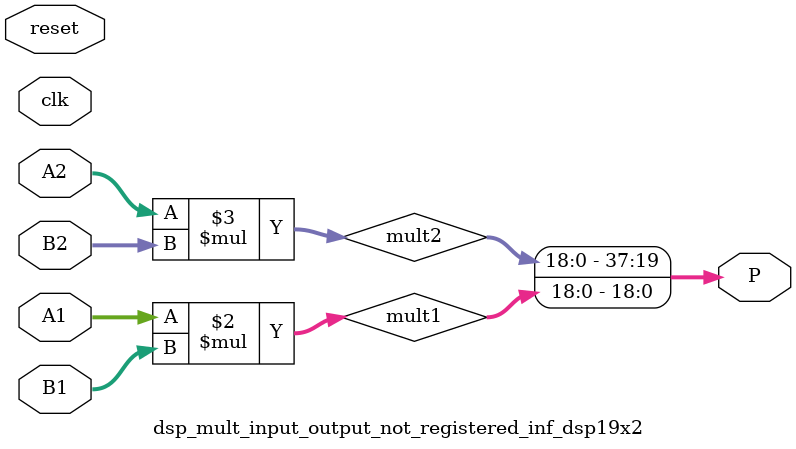
<source format=sv>
 
module dsp_mult_input_output_not_registered_inf_dsp19x2(clk, reset, A1, A2, B1, B2, P);
	input  clk, reset;
	input  [9:0] A1;
	input  [9:0] A2;
	input  [8:0] B1;
	input  [8:0] B2;
	output [37:0] P;
	reg  [31:0] mult1;
	reg  [31:0] mult2;

	always @ (*)  begin
		mult1  = A1 * B1;
        mult2  = A2 * B2;
	end

    assign P = {mult2[18:0],mult1[18:0]};

endmodule 
</source>
